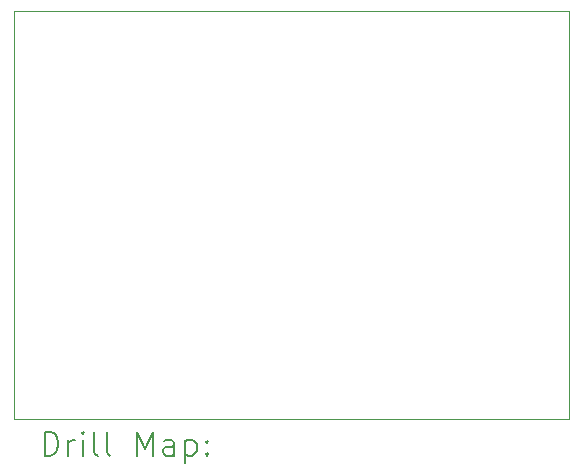
<source format=gbr>
%TF.GenerationSoftware,KiCad,Pcbnew,8.0.3*%
%TF.CreationDate,2024-11-23T22:22:21-05:00*%
%TF.ProjectId,MH24BN0001_hw,4d483234-424e-4303-9030-315f68772e6b,rev?*%
%TF.SameCoordinates,Original*%
%TF.FileFunction,Drillmap*%
%TF.FilePolarity,Positive*%
%FSLAX45Y45*%
G04 Gerber Fmt 4.5, Leading zero omitted, Abs format (unit mm)*
G04 Created by KiCad (PCBNEW 8.0.3) date 2024-11-23 22:22:21*
%MOMM*%
%LPD*%
G01*
G04 APERTURE LIST*
%ADD10C,0.050000*%
%ADD11C,0.200000*%
G04 APERTURE END LIST*
D10*
X2550000Y-2550000D02*
X7250000Y-2550000D01*
X7250000Y-6000000D01*
X2550000Y-6000000D01*
X2550000Y-2550000D01*
D11*
X2808277Y-6313984D02*
X2808277Y-6113984D01*
X2808277Y-6113984D02*
X2855896Y-6113984D01*
X2855896Y-6113984D02*
X2884467Y-6123508D01*
X2884467Y-6123508D02*
X2903515Y-6142555D01*
X2903515Y-6142555D02*
X2913039Y-6161603D01*
X2913039Y-6161603D02*
X2922562Y-6199698D01*
X2922562Y-6199698D02*
X2922562Y-6228269D01*
X2922562Y-6228269D02*
X2913039Y-6266365D01*
X2913039Y-6266365D02*
X2903515Y-6285412D01*
X2903515Y-6285412D02*
X2884467Y-6304460D01*
X2884467Y-6304460D02*
X2855896Y-6313984D01*
X2855896Y-6313984D02*
X2808277Y-6313984D01*
X3008277Y-6313984D02*
X3008277Y-6180650D01*
X3008277Y-6218746D02*
X3017801Y-6199698D01*
X3017801Y-6199698D02*
X3027324Y-6190174D01*
X3027324Y-6190174D02*
X3046372Y-6180650D01*
X3046372Y-6180650D02*
X3065420Y-6180650D01*
X3132086Y-6313984D02*
X3132086Y-6180650D01*
X3132086Y-6113984D02*
X3122562Y-6123508D01*
X3122562Y-6123508D02*
X3132086Y-6133031D01*
X3132086Y-6133031D02*
X3141610Y-6123508D01*
X3141610Y-6123508D02*
X3132086Y-6113984D01*
X3132086Y-6113984D02*
X3132086Y-6133031D01*
X3255896Y-6313984D02*
X3236848Y-6304460D01*
X3236848Y-6304460D02*
X3227324Y-6285412D01*
X3227324Y-6285412D02*
X3227324Y-6113984D01*
X3360658Y-6313984D02*
X3341610Y-6304460D01*
X3341610Y-6304460D02*
X3332086Y-6285412D01*
X3332086Y-6285412D02*
X3332086Y-6113984D01*
X3589229Y-6313984D02*
X3589229Y-6113984D01*
X3589229Y-6113984D02*
X3655896Y-6256841D01*
X3655896Y-6256841D02*
X3722562Y-6113984D01*
X3722562Y-6113984D02*
X3722562Y-6313984D01*
X3903515Y-6313984D02*
X3903515Y-6209222D01*
X3903515Y-6209222D02*
X3893991Y-6190174D01*
X3893991Y-6190174D02*
X3874943Y-6180650D01*
X3874943Y-6180650D02*
X3836848Y-6180650D01*
X3836848Y-6180650D02*
X3817801Y-6190174D01*
X3903515Y-6304460D02*
X3884467Y-6313984D01*
X3884467Y-6313984D02*
X3836848Y-6313984D01*
X3836848Y-6313984D02*
X3817801Y-6304460D01*
X3817801Y-6304460D02*
X3808277Y-6285412D01*
X3808277Y-6285412D02*
X3808277Y-6266365D01*
X3808277Y-6266365D02*
X3817801Y-6247317D01*
X3817801Y-6247317D02*
X3836848Y-6237793D01*
X3836848Y-6237793D02*
X3884467Y-6237793D01*
X3884467Y-6237793D02*
X3903515Y-6228269D01*
X3998753Y-6180650D02*
X3998753Y-6380650D01*
X3998753Y-6190174D02*
X4017801Y-6180650D01*
X4017801Y-6180650D02*
X4055896Y-6180650D01*
X4055896Y-6180650D02*
X4074943Y-6190174D01*
X4074943Y-6190174D02*
X4084467Y-6199698D01*
X4084467Y-6199698D02*
X4093991Y-6218746D01*
X4093991Y-6218746D02*
X4093991Y-6275888D01*
X4093991Y-6275888D02*
X4084467Y-6294936D01*
X4084467Y-6294936D02*
X4074943Y-6304460D01*
X4074943Y-6304460D02*
X4055896Y-6313984D01*
X4055896Y-6313984D02*
X4017801Y-6313984D01*
X4017801Y-6313984D02*
X3998753Y-6304460D01*
X4179705Y-6294936D02*
X4189229Y-6304460D01*
X4189229Y-6304460D02*
X4179705Y-6313984D01*
X4179705Y-6313984D02*
X4170182Y-6304460D01*
X4170182Y-6304460D02*
X4179705Y-6294936D01*
X4179705Y-6294936D02*
X4179705Y-6313984D01*
X4179705Y-6190174D02*
X4189229Y-6199698D01*
X4189229Y-6199698D02*
X4179705Y-6209222D01*
X4179705Y-6209222D02*
X4170182Y-6199698D01*
X4170182Y-6199698D02*
X4179705Y-6190174D01*
X4179705Y-6190174D02*
X4179705Y-6209222D01*
M02*

</source>
